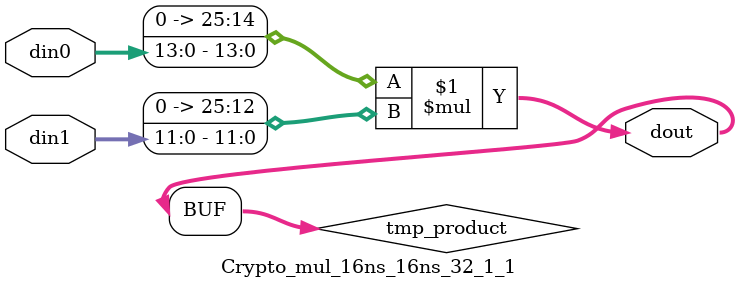
<source format=v>

`timescale 1 ns / 1 ps

  module Crypto_mul_16ns_16ns_32_1_1(din0, din1, dout);
parameter ID = 1;
parameter NUM_STAGE = 0;
parameter din0_WIDTH = 14;
parameter din1_WIDTH = 12;
parameter dout_WIDTH = 26;

input [din0_WIDTH - 1 : 0] din0; 
input [din1_WIDTH - 1 : 0] din1; 
output [dout_WIDTH - 1 : 0] dout;

wire signed [dout_WIDTH - 1 : 0] tmp_product;










assign tmp_product = $signed({1'b0, din0}) * $signed({1'b0, din1});











assign dout = tmp_product;







endmodule

</source>
